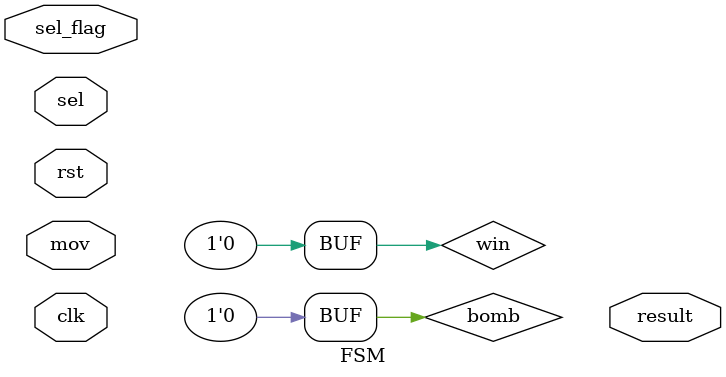
<source format=sv>
module FSM (
	input logic mov,
	input logic sel_flag,
	input logic sel,
	input logic clk,
	input logic rst,
	output logic result
);

 logic [2:0] state, next_state;
 //logic test = 1;
 logic bomb = 0;
 logic win = 0;
 



// Actual state logic
  always_ff @(posedge clk or posedge rst)
	if(rst) state = 3'b000;
	else
		state = next_state;

  // Next state logic
  always_comb
  begin
    case(state)
			// Estado 0
        3'b000: if (mov) next_state = 3'b111;
               else if (sel_flag) next_state = 3'b110;
               else if (sel) next_state = 3'b001;
               else next_state = 3'b000;

        // Estado 1
        3'b001: if (bomb) next_state = 3'b011;  //Revisar si hay bomba o no
					else if(~bomb) next_state = 3'b010;
					else next_state = 3'b001;
					
        // Estado 2
        3'b010: if (win) next_state = 3'b101; //Revisar si se ganó o no
					else if(~win) next_state = 3'b100;
					else next_state = 3'b010;
		  
        // Estado 3
        3'b011: next_state = 3'b011; //Perdió y solo se sale con rst
		  
        // Estado 4
        3'b100: next_state = 3'b000; //Estado para continuar jugando cuando no hay victoria
		  
        // Estado 5
        3'b101: next_state = 3'b101; //Ganó, solo se sale con rst
		  
        // Estado 6
        3'b110: next_state = 3'b000;
		  
        // Estado 7
        3'b111: next_state = 3'b000;
		  
        default: next_state = 3'b000;
		  
    endcase
	
  end
  
  //Output Logic (To be able to use if and else)
  always @(next_state) begin
		/*
		if(test)begin
		test=0;
		$display("prueba");
		end else begin
		$display("OMG SIRVE EL ELSE");
		end
  */
  
  end
  

  // Output logic just assigns 

//assign msj_f = msj;

endmodule
</source>
